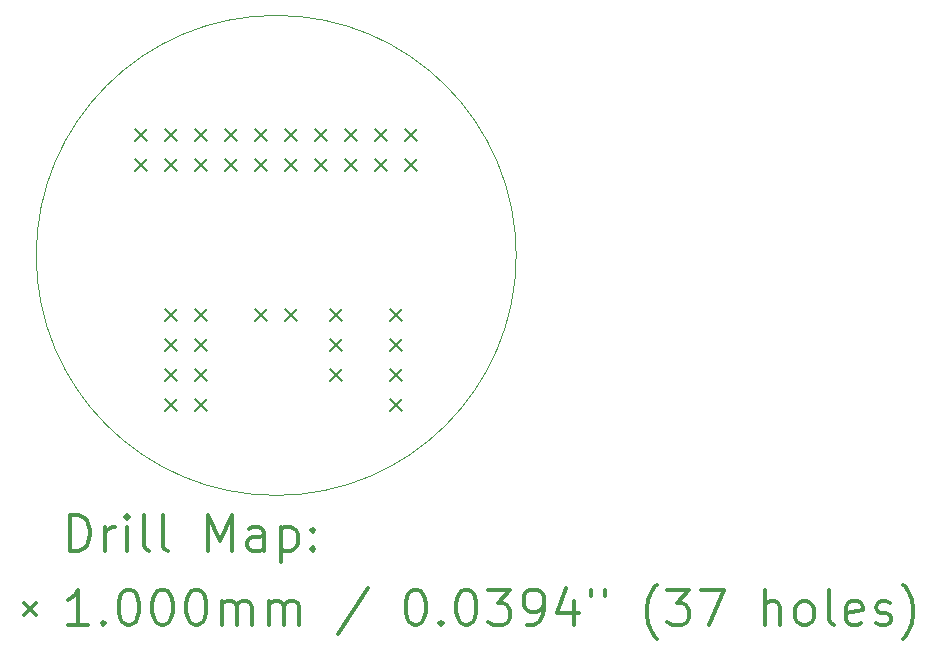
<source format=gbr>
%FSLAX45Y45*%
G04 Gerber Fmt 4.5, Leading zero omitted, Abs format (unit mm)*
G04 Created by KiCad (PCBNEW (5.1.10)-1) date 2022-05-03 00:14:37*
%MOMM*%
%LPD*%
G01*
G04 APERTURE LIST*
%TA.AperFunction,Profile*%
%ADD10C,0.050000*%
%TD*%
%ADD11C,0.200000*%
%ADD12C,0.300000*%
G04 APERTURE END LIST*
D10*
X17272000Y-7493000D02*
G75*
G03*
X17272000Y-7493000I-2032000J0D01*
G01*
D11*
X14047000Y-6427000D02*
X14147000Y-6527000D01*
X14147000Y-6427000D02*
X14047000Y-6527000D01*
X14047000Y-6681000D02*
X14147000Y-6781000D01*
X14147000Y-6681000D02*
X14047000Y-6781000D01*
X14301000Y-6427000D02*
X14401000Y-6527000D01*
X14401000Y-6427000D02*
X14301000Y-6527000D01*
X14301000Y-6681000D02*
X14401000Y-6781000D01*
X14401000Y-6681000D02*
X14301000Y-6781000D01*
X14301000Y-7951000D02*
X14401000Y-8051000D01*
X14401000Y-7951000D02*
X14301000Y-8051000D01*
X14301000Y-8205000D02*
X14401000Y-8305000D01*
X14401000Y-8205000D02*
X14301000Y-8305000D01*
X14301000Y-8459000D02*
X14401000Y-8559000D01*
X14401000Y-8459000D02*
X14301000Y-8559000D01*
X14301000Y-8713000D02*
X14401000Y-8813000D01*
X14401000Y-8713000D02*
X14301000Y-8813000D01*
X14555000Y-6427000D02*
X14655000Y-6527000D01*
X14655000Y-6427000D02*
X14555000Y-6527000D01*
X14555000Y-6681000D02*
X14655000Y-6781000D01*
X14655000Y-6681000D02*
X14555000Y-6781000D01*
X14555000Y-7951000D02*
X14655000Y-8051000D01*
X14655000Y-7951000D02*
X14555000Y-8051000D01*
X14555000Y-8205000D02*
X14655000Y-8305000D01*
X14655000Y-8205000D02*
X14555000Y-8305000D01*
X14555000Y-8459000D02*
X14655000Y-8559000D01*
X14655000Y-8459000D02*
X14555000Y-8559000D01*
X14555000Y-8713000D02*
X14655000Y-8813000D01*
X14655000Y-8713000D02*
X14555000Y-8813000D01*
X14809000Y-6427000D02*
X14909000Y-6527000D01*
X14909000Y-6427000D02*
X14809000Y-6527000D01*
X14809000Y-6681000D02*
X14909000Y-6781000D01*
X14909000Y-6681000D02*
X14809000Y-6781000D01*
X15063000Y-6427000D02*
X15163000Y-6527000D01*
X15163000Y-6427000D02*
X15063000Y-6527000D01*
X15063000Y-6681000D02*
X15163000Y-6781000D01*
X15163000Y-6681000D02*
X15063000Y-6781000D01*
X15063000Y-7951000D02*
X15163000Y-8051000D01*
X15163000Y-7951000D02*
X15063000Y-8051000D01*
X15317000Y-6427000D02*
X15417000Y-6527000D01*
X15417000Y-6427000D02*
X15317000Y-6527000D01*
X15317000Y-6681000D02*
X15417000Y-6781000D01*
X15417000Y-6681000D02*
X15317000Y-6781000D01*
X15317000Y-7951000D02*
X15417000Y-8051000D01*
X15417000Y-7951000D02*
X15317000Y-8051000D01*
X15571000Y-6427000D02*
X15671000Y-6527000D01*
X15671000Y-6427000D02*
X15571000Y-6527000D01*
X15571000Y-6681000D02*
X15671000Y-6781000D01*
X15671000Y-6681000D02*
X15571000Y-6781000D01*
X15698000Y-7951000D02*
X15798000Y-8051000D01*
X15798000Y-7951000D02*
X15698000Y-8051000D01*
X15698000Y-8205000D02*
X15798000Y-8305000D01*
X15798000Y-8205000D02*
X15698000Y-8305000D01*
X15698000Y-8459000D02*
X15798000Y-8559000D01*
X15798000Y-8459000D02*
X15698000Y-8559000D01*
X15825000Y-6427000D02*
X15925000Y-6527000D01*
X15925000Y-6427000D02*
X15825000Y-6527000D01*
X15825000Y-6681000D02*
X15925000Y-6781000D01*
X15925000Y-6681000D02*
X15825000Y-6781000D01*
X16079000Y-6427000D02*
X16179000Y-6527000D01*
X16179000Y-6427000D02*
X16079000Y-6527000D01*
X16079000Y-6681000D02*
X16179000Y-6781000D01*
X16179000Y-6681000D02*
X16079000Y-6781000D01*
X16206000Y-7951000D02*
X16306000Y-8051000D01*
X16306000Y-7951000D02*
X16206000Y-8051000D01*
X16206000Y-8205000D02*
X16306000Y-8305000D01*
X16306000Y-8205000D02*
X16206000Y-8305000D01*
X16206000Y-8459000D02*
X16306000Y-8559000D01*
X16306000Y-8459000D02*
X16206000Y-8559000D01*
X16206000Y-8713000D02*
X16306000Y-8813000D01*
X16306000Y-8713000D02*
X16206000Y-8813000D01*
X16333000Y-6427000D02*
X16433000Y-6527000D01*
X16433000Y-6427000D02*
X16333000Y-6527000D01*
X16333000Y-6681000D02*
X16433000Y-6781000D01*
X16433000Y-6681000D02*
X16333000Y-6781000D01*
D12*
X13491928Y-9993214D02*
X13491928Y-9693214D01*
X13563357Y-9693214D01*
X13606214Y-9707500D01*
X13634786Y-9736072D01*
X13649071Y-9764643D01*
X13663357Y-9821786D01*
X13663357Y-9864643D01*
X13649071Y-9921786D01*
X13634786Y-9950357D01*
X13606214Y-9978929D01*
X13563357Y-9993214D01*
X13491928Y-9993214D01*
X13791928Y-9993214D02*
X13791928Y-9793214D01*
X13791928Y-9850357D02*
X13806214Y-9821786D01*
X13820500Y-9807500D01*
X13849071Y-9793214D01*
X13877643Y-9793214D01*
X13977643Y-9993214D02*
X13977643Y-9793214D01*
X13977643Y-9693214D02*
X13963357Y-9707500D01*
X13977643Y-9721786D01*
X13991928Y-9707500D01*
X13977643Y-9693214D01*
X13977643Y-9721786D01*
X14163357Y-9993214D02*
X14134786Y-9978929D01*
X14120500Y-9950357D01*
X14120500Y-9693214D01*
X14320500Y-9993214D02*
X14291928Y-9978929D01*
X14277643Y-9950357D01*
X14277643Y-9693214D01*
X14663357Y-9993214D02*
X14663357Y-9693214D01*
X14763357Y-9907500D01*
X14863357Y-9693214D01*
X14863357Y-9993214D01*
X15134786Y-9993214D02*
X15134786Y-9836072D01*
X15120500Y-9807500D01*
X15091928Y-9793214D01*
X15034786Y-9793214D01*
X15006214Y-9807500D01*
X15134786Y-9978929D02*
X15106214Y-9993214D01*
X15034786Y-9993214D01*
X15006214Y-9978929D01*
X14991928Y-9950357D01*
X14991928Y-9921786D01*
X15006214Y-9893214D01*
X15034786Y-9878929D01*
X15106214Y-9878929D01*
X15134786Y-9864643D01*
X15277643Y-9793214D02*
X15277643Y-10093214D01*
X15277643Y-9807500D02*
X15306214Y-9793214D01*
X15363357Y-9793214D01*
X15391928Y-9807500D01*
X15406214Y-9821786D01*
X15420500Y-9850357D01*
X15420500Y-9936072D01*
X15406214Y-9964643D01*
X15391928Y-9978929D01*
X15363357Y-9993214D01*
X15306214Y-9993214D01*
X15277643Y-9978929D01*
X15549071Y-9964643D02*
X15563357Y-9978929D01*
X15549071Y-9993214D01*
X15534786Y-9978929D01*
X15549071Y-9964643D01*
X15549071Y-9993214D01*
X15549071Y-9807500D02*
X15563357Y-9821786D01*
X15549071Y-9836072D01*
X15534786Y-9821786D01*
X15549071Y-9807500D01*
X15549071Y-9836072D01*
X13105500Y-10437500D02*
X13205500Y-10537500D01*
X13205500Y-10437500D02*
X13105500Y-10537500D01*
X13649071Y-10623214D02*
X13477643Y-10623214D01*
X13563357Y-10623214D02*
X13563357Y-10323214D01*
X13534786Y-10366072D01*
X13506214Y-10394643D01*
X13477643Y-10408929D01*
X13777643Y-10594643D02*
X13791928Y-10608929D01*
X13777643Y-10623214D01*
X13763357Y-10608929D01*
X13777643Y-10594643D01*
X13777643Y-10623214D01*
X13977643Y-10323214D02*
X14006214Y-10323214D01*
X14034786Y-10337500D01*
X14049071Y-10351786D01*
X14063357Y-10380357D01*
X14077643Y-10437500D01*
X14077643Y-10508929D01*
X14063357Y-10566072D01*
X14049071Y-10594643D01*
X14034786Y-10608929D01*
X14006214Y-10623214D01*
X13977643Y-10623214D01*
X13949071Y-10608929D01*
X13934786Y-10594643D01*
X13920500Y-10566072D01*
X13906214Y-10508929D01*
X13906214Y-10437500D01*
X13920500Y-10380357D01*
X13934786Y-10351786D01*
X13949071Y-10337500D01*
X13977643Y-10323214D01*
X14263357Y-10323214D02*
X14291928Y-10323214D01*
X14320500Y-10337500D01*
X14334786Y-10351786D01*
X14349071Y-10380357D01*
X14363357Y-10437500D01*
X14363357Y-10508929D01*
X14349071Y-10566072D01*
X14334786Y-10594643D01*
X14320500Y-10608929D01*
X14291928Y-10623214D01*
X14263357Y-10623214D01*
X14234786Y-10608929D01*
X14220500Y-10594643D01*
X14206214Y-10566072D01*
X14191928Y-10508929D01*
X14191928Y-10437500D01*
X14206214Y-10380357D01*
X14220500Y-10351786D01*
X14234786Y-10337500D01*
X14263357Y-10323214D01*
X14549071Y-10323214D02*
X14577643Y-10323214D01*
X14606214Y-10337500D01*
X14620500Y-10351786D01*
X14634786Y-10380357D01*
X14649071Y-10437500D01*
X14649071Y-10508929D01*
X14634786Y-10566072D01*
X14620500Y-10594643D01*
X14606214Y-10608929D01*
X14577643Y-10623214D01*
X14549071Y-10623214D01*
X14520500Y-10608929D01*
X14506214Y-10594643D01*
X14491928Y-10566072D01*
X14477643Y-10508929D01*
X14477643Y-10437500D01*
X14491928Y-10380357D01*
X14506214Y-10351786D01*
X14520500Y-10337500D01*
X14549071Y-10323214D01*
X14777643Y-10623214D02*
X14777643Y-10423214D01*
X14777643Y-10451786D02*
X14791928Y-10437500D01*
X14820500Y-10423214D01*
X14863357Y-10423214D01*
X14891928Y-10437500D01*
X14906214Y-10466072D01*
X14906214Y-10623214D01*
X14906214Y-10466072D02*
X14920500Y-10437500D01*
X14949071Y-10423214D01*
X14991928Y-10423214D01*
X15020500Y-10437500D01*
X15034786Y-10466072D01*
X15034786Y-10623214D01*
X15177643Y-10623214D02*
X15177643Y-10423214D01*
X15177643Y-10451786D02*
X15191928Y-10437500D01*
X15220500Y-10423214D01*
X15263357Y-10423214D01*
X15291928Y-10437500D01*
X15306214Y-10466072D01*
X15306214Y-10623214D01*
X15306214Y-10466072D02*
X15320500Y-10437500D01*
X15349071Y-10423214D01*
X15391928Y-10423214D01*
X15420500Y-10437500D01*
X15434786Y-10466072D01*
X15434786Y-10623214D01*
X16020500Y-10308929D02*
X15763357Y-10694643D01*
X16406214Y-10323214D02*
X16434786Y-10323214D01*
X16463357Y-10337500D01*
X16477643Y-10351786D01*
X16491928Y-10380357D01*
X16506214Y-10437500D01*
X16506214Y-10508929D01*
X16491928Y-10566072D01*
X16477643Y-10594643D01*
X16463357Y-10608929D01*
X16434786Y-10623214D01*
X16406214Y-10623214D01*
X16377643Y-10608929D01*
X16363357Y-10594643D01*
X16349071Y-10566072D01*
X16334786Y-10508929D01*
X16334786Y-10437500D01*
X16349071Y-10380357D01*
X16363357Y-10351786D01*
X16377643Y-10337500D01*
X16406214Y-10323214D01*
X16634786Y-10594643D02*
X16649071Y-10608929D01*
X16634786Y-10623214D01*
X16620500Y-10608929D01*
X16634786Y-10594643D01*
X16634786Y-10623214D01*
X16834786Y-10323214D02*
X16863357Y-10323214D01*
X16891928Y-10337500D01*
X16906214Y-10351786D01*
X16920500Y-10380357D01*
X16934786Y-10437500D01*
X16934786Y-10508929D01*
X16920500Y-10566072D01*
X16906214Y-10594643D01*
X16891928Y-10608929D01*
X16863357Y-10623214D01*
X16834786Y-10623214D01*
X16806214Y-10608929D01*
X16791928Y-10594643D01*
X16777643Y-10566072D01*
X16763357Y-10508929D01*
X16763357Y-10437500D01*
X16777643Y-10380357D01*
X16791928Y-10351786D01*
X16806214Y-10337500D01*
X16834786Y-10323214D01*
X17034786Y-10323214D02*
X17220500Y-10323214D01*
X17120500Y-10437500D01*
X17163357Y-10437500D01*
X17191928Y-10451786D01*
X17206214Y-10466072D01*
X17220500Y-10494643D01*
X17220500Y-10566072D01*
X17206214Y-10594643D01*
X17191928Y-10608929D01*
X17163357Y-10623214D01*
X17077643Y-10623214D01*
X17049071Y-10608929D01*
X17034786Y-10594643D01*
X17363357Y-10623214D02*
X17420500Y-10623214D01*
X17449071Y-10608929D01*
X17463357Y-10594643D01*
X17491928Y-10551786D01*
X17506214Y-10494643D01*
X17506214Y-10380357D01*
X17491928Y-10351786D01*
X17477643Y-10337500D01*
X17449071Y-10323214D01*
X17391928Y-10323214D01*
X17363357Y-10337500D01*
X17349071Y-10351786D01*
X17334786Y-10380357D01*
X17334786Y-10451786D01*
X17349071Y-10480357D01*
X17363357Y-10494643D01*
X17391928Y-10508929D01*
X17449071Y-10508929D01*
X17477643Y-10494643D01*
X17491928Y-10480357D01*
X17506214Y-10451786D01*
X17763357Y-10423214D02*
X17763357Y-10623214D01*
X17691928Y-10308929D02*
X17620500Y-10523214D01*
X17806214Y-10523214D01*
X17906214Y-10323214D02*
X17906214Y-10380357D01*
X18020500Y-10323214D02*
X18020500Y-10380357D01*
X18463357Y-10737500D02*
X18449071Y-10723214D01*
X18420500Y-10680357D01*
X18406214Y-10651786D01*
X18391928Y-10608929D01*
X18377643Y-10537500D01*
X18377643Y-10480357D01*
X18391928Y-10408929D01*
X18406214Y-10366072D01*
X18420500Y-10337500D01*
X18449071Y-10294643D01*
X18463357Y-10280357D01*
X18549071Y-10323214D02*
X18734786Y-10323214D01*
X18634786Y-10437500D01*
X18677643Y-10437500D01*
X18706214Y-10451786D01*
X18720500Y-10466072D01*
X18734786Y-10494643D01*
X18734786Y-10566072D01*
X18720500Y-10594643D01*
X18706214Y-10608929D01*
X18677643Y-10623214D01*
X18591928Y-10623214D01*
X18563357Y-10608929D01*
X18549071Y-10594643D01*
X18834786Y-10323214D02*
X19034786Y-10323214D01*
X18906214Y-10623214D01*
X19377643Y-10623214D02*
X19377643Y-10323214D01*
X19506214Y-10623214D02*
X19506214Y-10466072D01*
X19491928Y-10437500D01*
X19463357Y-10423214D01*
X19420500Y-10423214D01*
X19391928Y-10437500D01*
X19377643Y-10451786D01*
X19691928Y-10623214D02*
X19663357Y-10608929D01*
X19649071Y-10594643D01*
X19634786Y-10566072D01*
X19634786Y-10480357D01*
X19649071Y-10451786D01*
X19663357Y-10437500D01*
X19691928Y-10423214D01*
X19734786Y-10423214D01*
X19763357Y-10437500D01*
X19777643Y-10451786D01*
X19791928Y-10480357D01*
X19791928Y-10566072D01*
X19777643Y-10594643D01*
X19763357Y-10608929D01*
X19734786Y-10623214D01*
X19691928Y-10623214D01*
X19963357Y-10623214D02*
X19934786Y-10608929D01*
X19920500Y-10580357D01*
X19920500Y-10323214D01*
X20191928Y-10608929D02*
X20163357Y-10623214D01*
X20106214Y-10623214D01*
X20077643Y-10608929D01*
X20063357Y-10580357D01*
X20063357Y-10466072D01*
X20077643Y-10437500D01*
X20106214Y-10423214D01*
X20163357Y-10423214D01*
X20191928Y-10437500D01*
X20206214Y-10466072D01*
X20206214Y-10494643D01*
X20063357Y-10523214D01*
X20320500Y-10608929D02*
X20349071Y-10623214D01*
X20406214Y-10623214D01*
X20434786Y-10608929D01*
X20449071Y-10580357D01*
X20449071Y-10566072D01*
X20434786Y-10537500D01*
X20406214Y-10523214D01*
X20363357Y-10523214D01*
X20334786Y-10508929D01*
X20320500Y-10480357D01*
X20320500Y-10466072D01*
X20334786Y-10437500D01*
X20363357Y-10423214D01*
X20406214Y-10423214D01*
X20434786Y-10437500D01*
X20549071Y-10737500D02*
X20563357Y-10723214D01*
X20591928Y-10680357D01*
X20606214Y-10651786D01*
X20620500Y-10608929D01*
X20634786Y-10537500D01*
X20634786Y-10480357D01*
X20620500Y-10408929D01*
X20606214Y-10366072D01*
X20591928Y-10337500D01*
X20563357Y-10294643D01*
X20549071Y-10280357D01*
M02*

</source>
